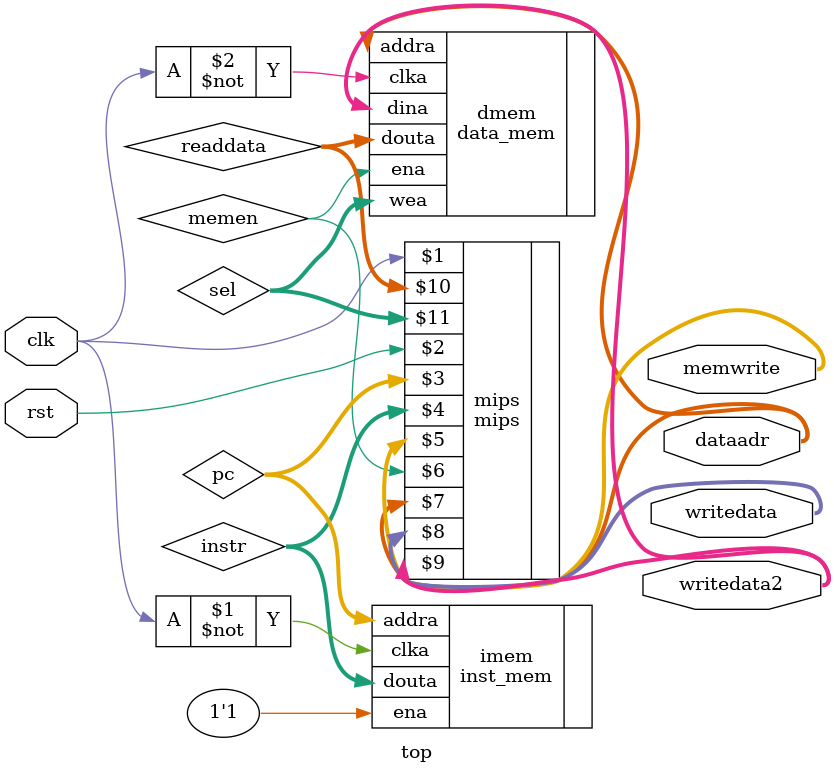
<source format=v>
`timescale 1ns / 1ps


module top(
	input wire clk,rst,
	output wire[31:0] writedata,dataadr,writedata2,
	output wire [3:0] memwrite
    );
	wire memen;
	wire[31:0] pc,instr,readdata;
	wire [3:0] sel;
	mips mips(clk,rst,pc,instr,memwrite,memen,dataadr,writedata,writedata2,readdata,sel);
	inst_mem imem(.clka(~clk),.addra(pc),.douta(instr),.ena(1'b1));
	data_mem dmem(.clka(~clk),.wea(sel),.addra(dataadr),.dina(writedata2),.douta(readdata),.ena(memen));
endmodule

</source>
